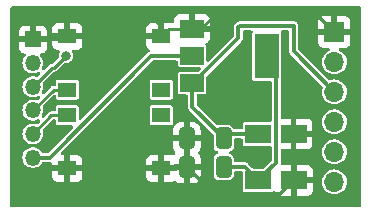
<source format=gbr>
%TF.GenerationSoftware,KiCad,Pcbnew,7.0.6-1.fc38*%
%TF.CreationDate,2023-08-14T18:07:59+02:00*%
%TF.ProjectId,ESP12F_PROGRAMMER,45535031-3246-45f5-9052-4f4752414d4d,rev?*%
%TF.SameCoordinates,Original*%
%TF.FileFunction,Copper,L1,Top*%
%TF.FilePolarity,Positive*%
%FSLAX46Y46*%
G04 Gerber Fmt 4.6, Leading zero omitted, Abs format (unit mm)*
G04 Created by KiCad (PCBNEW 7.0.6-1.fc38) date 2023-08-14 18:07:59*
%MOMM*%
%LPD*%
G01*
G04 APERTURE LIST*
G04 Aperture macros list*
%AMRoundRect*
0 Rectangle with rounded corners*
0 $1 Rounding radius*
0 $2 $3 $4 $5 $6 $7 $8 $9 X,Y pos of 4 corners*
0 Add a 4 corners polygon primitive as box body*
4,1,4,$2,$3,$4,$5,$6,$7,$8,$9,$2,$3,0*
0 Add four circle primitives for the rounded corners*
1,1,$1+$1,$2,$3*
1,1,$1+$1,$4,$5*
1,1,$1+$1,$6,$7*
1,1,$1+$1,$8,$9*
0 Add four rect primitives between the rounded corners*
20,1,$1+$1,$2,$3,$4,$5,0*
20,1,$1+$1,$4,$5,$6,$7,0*
20,1,$1+$1,$6,$7,$8,$9,0*
20,1,$1+$1,$8,$9,$2,$3,0*%
G04 Aperture macros list end*
%TA.AperFunction,SMDPad,CuDef*%
%ADD10RoundRect,0.250000X0.412500X0.650000X-0.412500X0.650000X-0.412500X-0.650000X0.412500X-0.650000X0*%
%TD*%
%TA.AperFunction,SMDPad,CuDef*%
%ADD11R,2.200000X1.600000*%
%TD*%
%TA.AperFunction,SMDPad,CuDef*%
%ADD12R,1.550000X1.300000*%
%TD*%
%TA.AperFunction,ComponentPad*%
%ADD13R,1.700000X1.700000*%
%TD*%
%TA.AperFunction,ComponentPad*%
%ADD14O,1.700000X1.700000*%
%TD*%
%TA.AperFunction,SMDPad,CuDef*%
%ADD15R,2.000000X1.500000*%
%TD*%
%TA.AperFunction,SMDPad,CuDef*%
%ADD16R,2.000000X3.800000*%
%TD*%
%TA.AperFunction,ComponentPad*%
%ADD17R,1.350000X1.350000*%
%TD*%
%TA.AperFunction,ComponentPad*%
%ADD18O,1.350000X1.350000*%
%TD*%
%TA.AperFunction,ViaPad*%
%ADD19C,0.800000*%
%TD*%
%TA.AperFunction,Conductor*%
%ADD20C,0.350000*%
%TD*%
%TA.AperFunction,Conductor*%
%ADD21C,0.250000*%
%TD*%
G04 APERTURE END LIST*
D10*
%TO.P,C4,1*%
%TO.N,3V3*%
X131483500Y-102870000D03*
%TO.P,C4,2*%
%TO.N,GND*%
X128358500Y-102870000D03*
%TD*%
D11*
%TO.P,C2,1*%
%TO.N,5V*%
X134390000Y-100076000D03*
%TO.P,C2,2*%
%TO.N,GND*%
X137390000Y-100076000D03*
%TD*%
D12*
%TO.P,RST,1,1*%
%TO.N,RST*%
X118237000Y-98497000D03*
X126187000Y-98497000D03*
%TO.P,RST,2,2*%
%TO.N,GND*%
X118237000Y-102997000D03*
X126187000Y-102997000D03*
%TD*%
D11*
%TO.P,C3,1*%
%TO.N,3V3*%
X134414000Y-104013000D03*
%TO.P,C3,2*%
%TO.N,GND*%
X137414000Y-104013000D03*
%TD*%
D12*
%TO.P,PRG,1,1*%
%TO.N,PRG*%
X126187000Y-96321000D03*
X118237000Y-96321000D03*
%TO.P,PRG,2,2*%
%TO.N,GND*%
X126187000Y-91821000D03*
X118237000Y-91821000D03*
%TD*%
D13*
%TO.P,J2,1,Pin_1*%
%TO.N,GND*%
X140843000Y-91440000D03*
D14*
%TO.P,J2,2,Pin_2*%
%TO.N,CTS*%
X140843000Y-93980000D03*
%TO.P,J2,3,Pin_3*%
%TO.N,5V*%
X140843000Y-96520000D03*
%TO.P,J2,4,Pin_4*%
%TO.N,TXD*%
X140843000Y-99060000D03*
%TO.P,J2,5,Pin_5*%
%TO.N,RXD*%
X140843000Y-101600000D03*
%TO.P,J2,6,Pin_6*%
%TO.N,DTR*%
X140843000Y-104140000D03*
%TD*%
D15*
%TO.P,U1,1,GND*%
%TO.N,GND*%
X128803000Y-91172000D03*
%TO.P,U1,2,VO*%
%TO.N,3V3*%
X128803000Y-93472000D03*
D16*
X135103000Y-93472000D03*
D15*
%TO.P,U1,3,VI*%
%TO.N,5V*%
X128803000Y-95772000D03*
%TD*%
D10*
%TO.P,C1,1*%
%TO.N,5V*%
X131483500Y-100457000D03*
%TO.P,C1,2*%
%TO.N,GND*%
X128358500Y-100457000D03*
%TD*%
D17*
%TO.P,J1,1,Pin_1*%
%TO.N,GND*%
X115316000Y-92075000D03*
D18*
%TO.P,J1,2,Pin_2*%
%TO.N,RXD*%
X115316000Y-94075000D03*
%TO.P,J1,3,Pin_3*%
%TO.N,TXD*%
X115316000Y-96075000D03*
%TO.P,J1,4,Pin_4*%
%TO.N,PRG*%
X115316000Y-98075000D03*
%TO.P,J1,5,Pin_5*%
%TO.N,RST*%
X115316000Y-100075000D03*
%TO.P,J1,6,Pin_6*%
%TO.N,3V3*%
X115316000Y-102075000D03*
%TD*%
D19*
%TO.N,GND*%
X131191000Y-95123000D03*
X137414000Y-95123000D03*
X126111000Y-90551000D03*
X133985000Y-102362000D03*
%TO.N,TXD*%
X118110000Y-93472000D03*
%TD*%
D20*
%TO.N,5V*%
X132715000Y-91059000D02*
X132715000Y-91960000D01*
D21*
X132842000Y-90932000D02*
X132715000Y-91059000D01*
D20*
X131864500Y-100076000D02*
X131483500Y-100457000D01*
X137414000Y-90932000D02*
X132842000Y-90932000D01*
X140843000Y-96520000D02*
X137414000Y-93091000D01*
D21*
X128903000Y-95772000D02*
X128803000Y-95772000D01*
D20*
X134390000Y-100076000D02*
X131864500Y-100076000D01*
X137414000Y-93091000D02*
X137414000Y-90932000D01*
X128803000Y-95772000D02*
X128803000Y-97776500D01*
X132715000Y-91960000D02*
X128903000Y-95772000D01*
X128803000Y-97776500D02*
X131483500Y-100457000D01*
D21*
%TO.N,GND*%
X130810000Y-90170000D02*
X130683000Y-90043000D01*
X115316000Y-92075000D02*
X117983000Y-92075000D01*
D20*
X128358500Y-102870000D02*
X130676500Y-105188000D01*
X126111000Y-90551000D02*
X126111000Y-91745000D01*
D21*
X137414000Y-95123000D02*
X137390000Y-95147000D01*
X130683000Y-90043000D02*
X129554000Y-91172000D01*
X126187000Y-102997000D02*
X122047000Y-102997000D01*
X129554000Y-91172000D02*
X128803000Y-91172000D01*
X139573000Y-90170000D02*
X130810000Y-90170000D01*
X137390000Y-95147000D02*
X137390000Y-98171000D01*
X140843000Y-91440000D02*
X139573000Y-90170000D01*
X137414000Y-98195000D02*
X137390000Y-98219000D01*
X128803000Y-91172000D02*
X126836000Y-91172000D01*
X128358500Y-100457000D02*
X128358500Y-102870000D01*
X126314000Y-102870000D02*
X126187000Y-102997000D01*
D20*
X137390000Y-100076000D02*
X137390000Y-103989000D01*
D21*
X126836000Y-91172000D02*
X126187000Y-91821000D01*
D20*
X137390000Y-103989000D02*
X137414000Y-104013000D01*
D21*
X118237000Y-91821000D02*
X126187000Y-91821000D01*
X122047000Y-102997000D02*
X118237000Y-102997000D01*
X137390000Y-98219000D02*
X137390000Y-100076000D01*
X137414000Y-98195000D02*
X137390000Y-98171000D01*
D20*
X126111000Y-91745000D02*
X126187000Y-91821000D01*
X136239000Y-105188000D02*
X137414000Y-104013000D01*
D21*
X128358500Y-102870000D02*
X126314000Y-102870000D01*
D20*
X130676500Y-105188000D02*
X136239000Y-105188000D01*
D21*
X117983000Y-92075000D02*
X118237000Y-91821000D01*
D20*
%TO.N,3V3*%
X125337000Y-93472000D02*
X116734000Y-102075000D01*
X133271000Y-102870000D02*
X134414000Y-104013000D01*
D21*
X135103000Y-93472000D02*
X135815000Y-94184000D01*
D20*
X128803000Y-93472000D02*
X125337000Y-93472000D01*
X135915000Y-102512000D02*
X134414000Y-104013000D01*
X131483500Y-102870000D02*
X133271000Y-102870000D01*
X116734000Y-102075000D02*
X115316000Y-102075000D01*
X135915000Y-94284000D02*
X135915000Y-102512000D01*
X135103000Y-93472000D02*
X135915000Y-94284000D01*
D21*
%TO.N,TXD*%
X117094000Y-94488000D02*
X118110000Y-93472000D01*
X116903000Y-94488000D02*
X117094000Y-94488000D01*
X115316000Y-96075000D02*
X116903000Y-94488000D01*
%TO.N,PRG*%
X118237000Y-96321000D02*
X117070000Y-96321000D01*
X117070000Y-96321000D02*
X115316000Y-98075000D01*
%TO.N,RST*%
X116894000Y-98497000D02*
X115316000Y-100075000D01*
X118237000Y-98497000D02*
X116894000Y-98497000D01*
%TD*%
%TA.AperFunction,Conductor*%
%TO.N,GND*%
G36*
X133032539Y-100471185D02*
G01*
X133078294Y-100523989D01*
X133089500Y-100575500D01*
X133089500Y-100895752D01*
X133101131Y-100954229D01*
X133101132Y-100954230D01*
X133145447Y-101020552D01*
X133211769Y-101064867D01*
X133211770Y-101064868D01*
X133270247Y-101076499D01*
X133270250Y-101076500D01*
X135415500Y-101076500D01*
X135482539Y-101096185D01*
X135528294Y-101148989D01*
X135539500Y-101200500D01*
X135539500Y-102305100D01*
X135519815Y-102372139D01*
X135503181Y-102392781D01*
X134919781Y-102976181D01*
X134858458Y-103009666D01*
X134832100Y-103012500D01*
X133995900Y-103012500D01*
X133928861Y-102992815D01*
X133908219Y-102976181D01*
X133573149Y-102641111D01*
X133557022Y-102621252D01*
X133551086Y-102612167D01*
X133551083Y-102612163D01*
X133523074Y-102590363D01*
X133517310Y-102585272D01*
X133514515Y-102582477D01*
X133495505Y-102568906D01*
X133492682Y-102566709D01*
X133487645Y-102562788D01*
X133452189Y-102535190D01*
X133445274Y-102531448D01*
X133438200Y-102527990D01*
X133385596Y-102512329D01*
X133333658Y-102494499D01*
X133325923Y-102493208D01*
X133318085Y-102492231D01*
X133263244Y-102494500D01*
X132470500Y-102494500D01*
X132403461Y-102474815D01*
X132357706Y-102422011D01*
X132346500Y-102370500D01*
X132346500Y-102165730D01*
X132343646Y-102135300D01*
X132343646Y-102135298D01*
X132298793Y-102007119D01*
X132298792Y-102007117D01*
X132296458Y-102003954D01*
X132218150Y-101897850D01*
X132108882Y-101817207D01*
X132108882Y-101817206D01*
X132004097Y-101780540D01*
X131947321Y-101739818D01*
X131921575Y-101674865D01*
X131935032Y-101606303D01*
X131983420Y-101555901D01*
X132004089Y-101546461D01*
X132108882Y-101509793D01*
X132218150Y-101429150D01*
X132298793Y-101319882D01*
X132329129Y-101233187D01*
X132343646Y-101191701D01*
X132343646Y-101191699D01*
X132346500Y-101161269D01*
X132346500Y-100575500D01*
X132366185Y-100508461D01*
X132418989Y-100462706D01*
X132470500Y-100451500D01*
X132965500Y-100451500D01*
X133032539Y-100471185D01*
G37*
%TD.AperFunction*%
%TA.AperFunction,Conductor*%
G36*
X133873645Y-91327185D02*
G01*
X133919400Y-91379989D01*
X133929344Y-91449147D01*
X133916875Y-91481687D01*
X133918806Y-91482487D01*
X133914131Y-91493770D01*
X133902500Y-91552247D01*
X133902500Y-95391752D01*
X133914131Y-95450229D01*
X133914132Y-95450230D01*
X133958447Y-95516552D01*
X134024769Y-95560867D01*
X134024770Y-95560868D01*
X134083247Y-95572499D01*
X134083250Y-95572500D01*
X134083252Y-95572500D01*
X135415500Y-95572500D01*
X135482539Y-95592185D01*
X135528294Y-95644989D01*
X135539500Y-95696500D01*
X135539500Y-98951500D01*
X135519815Y-99018539D01*
X135467011Y-99064294D01*
X135415500Y-99075500D01*
X133270247Y-99075500D01*
X133211770Y-99087131D01*
X133211769Y-99087132D01*
X133145447Y-99131447D01*
X133101132Y-99197769D01*
X133101131Y-99197770D01*
X133089500Y-99256247D01*
X133089500Y-99576500D01*
X133069815Y-99643539D01*
X133017011Y-99689294D01*
X132965500Y-99700500D01*
X132424000Y-99700500D01*
X132356961Y-99680815D01*
X132311206Y-99628011D01*
X132306963Y-99617467D01*
X132298793Y-99594118D01*
X132218150Y-99484850D01*
X132108882Y-99404207D01*
X132108880Y-99404206D01*
X131980700Y-99359353D01*
X131950270Y-99356500D01*
X131950266Y-99356500D01*
X131016734Y-99356500D01*
X131002470Y-99357837D01*
X130980878Y-99359862D01*
X130912293Y-99346521D01*
X130881622Y-99324084D01*
X129214819Y-97657281D01*
X129181334Y-97595958D01*
X129178500Y-97569600D01*
X129178500Y-96846500D01*
X129198185Y-96779461D01*
X129250989Y-96733706D01*
X129302500Y-96722500D01*
X129822750Y-96722500D01*
X129822751Y-96722499D01*
X129837568Y-96719552D01*
X129881229Y-96710868D01*
X129881229Y-96710867D01*
X129881231Y-96710867D01*
X129947552Y-96666552D01*
X129991867Y-96600231D01*
X129991867Y-96600229D01*
X129991868Y-96600229D01*
X130003499Y-96541752D01*
X130003500Y-96541748D01*
X130003500Y-95253897D01*
X130023185Y-95186859D01*
X130039814Y-95166222D01*
X132943889Y-92262146D01*
X132963746Y-92246022D01*
X132972836Y-92240084D01*
X132994638Y-92212071D01*
X132999733Y-92206303D01*
X133002519Y-92203518D01*
X133004925Y-92200148D01*
X133016086Y-92184516D01*
X133049807Y-92141192D01*
X133053547Y-92134280D01*
X133057003Y-92127207D01*
X133057010Y-92127199D01*
X133072670Y-92074596D01*
X133090500Y-92022660D01*
X133090500Y-92022655D01*
X133091790Y-92014924D01*
X133092768Y-92007085D01*
X133090500Y-91952244D01*
X133090500Y-91431500D01*
X133110185Y-91364461D01*
X133162989Y-91318706D01*
X133214500Y-91307500D01*
X133806606Y-91307500D01*
X133873645Y-91327185D01*
G37*
%TD.AperFunction*%
%TA.AperFunction,Conductor*%
G36*
X143071539Y-89301185D02*
G01*
X143117294Y-89353989D01*
X143128500Y-89405500D01*
X143128500Y-106174500D01*
X143108815Y-106241539D01*
X143056011Y-106287294D01*
X143004500Y-106298500D01*
X113535500Y-106298500D01*
X113468461Y-106278815D01*
X113422706Y-106226011D01*
X113411500Y-106174500D01*
X113411500Y-103247000D01*
X116962000Y-103247000D01*
X116962000Y-103694844D01*
X116968401Y-103754372D01*
X116968403Y-103754379D01*
X117018645Y-103889086D01*
X117018649Y-103889093D01*
X117104809Y-104004187D01*
X117104812Y-104004190D01*
X117219906Y-104090350D01*
X117219913Y-104090354D01*
X117354620Y-104140596D01*
X117354627Y-104140598D01*
X117414155Y-104146999D01*
X117414172Y-104147000D01*
X117987000Y-104147000D01*
X117987000Y-103247000D01*
X118487000Y-103247000D01*
X118487000Y-104147000D01*
X119059828Y-104147000D01*
X119059844Y-104146999D01*
X119119372Y-104140598D01*
X119119379Y-104140596D01*
X119254086Y-104090354D01*
X119254093Y-104090350D01*
X119369187Y-104004190D01*
X119369190Y-104004187D01*
X119455350Y-103889093D01*
X119455354Y-103889086D01*
X119505596Y-103754379D01*
X119505598Y-103754372D01*
X119511999Y-103694844D01*
X119512000Y-103694827D01*
X119512000Y-103247000D01*
X124912000Y-103247000D01*
X124912000Y-103694844D01*
X124918401Y-103754372D01*
X124918403Y-103754379D01*
X124968645Y-103889086D01*
X124968649Y-103889093D01*
X125054809Y-104004187D01*
X125054812Y-104004190D01*
X125169906Y-104090350D01*
X125169913Y-104090354D01*
X125304620Y-104140596D01*
X125304627Y-104140598D01*
X125364155Y-104146999D01*
X125364172Y-104147000D01*
X125937000Y-104147000D01*
X126437000Y-104147000D01*
X127009828Y-104147000D01*
X127009844Y-104146999D01*
X127069372Y-104140598D01*
X127069379Y-104140596D01*
X127204086Y-104090354D01*
X127204088Y-104090353D01*
X127261962Y-104047029D01*
X127327426Y-104022612D01*
X127395699Y-104037463D01*
X127423954Y-104058615D01*
X127477654Y-104112315D01*
X127626875Y-104204356D01*
X127626880Y-104204358D01*
X127793302Y-104259505D01*
X127793309Y-104259506D01*
X127896019Y-104269999D01*
X128108499Y-104269999D01*
X128108500Y-104269998D01*
X128108500Y-103120000D01*
X128608500Y-103120000D01*
X128608500Y-104269999D01*
X128820972Y-104269999D01*
X128820986Y-104269998D01*
X128923697Y-104259505D01*
X129090119Y-104204358D01*
X129090124Y-104204356D01*
X129239345Y-104112315D01*
X129363315Y-103988345D01*
X129455356Y-103839124D01*
X129455358Y-103839119D01*
X129510505Y-103672697D01*
X129510506Y-103672690D01*
X129520999Y-103569986D01*
X129521000Y-103569973D01*
X129521000Y-103120000D01*
X128608500Y-103120000D01*
X128108500Y-103120000D01*
X127502000Y-103120000D01*
X127502000Y-103123000D01*
X127482315Y-103190039D01*
X127429511Y-103235794D01*
X127378000Y-103247000D01*
X126437000Y-103247000D01*
X126437000Y-104147000D01*
X125937000Y-104147000D01*
X125937000Y-103247000D01*
X124912000Y-103247000D01*
X119512000Y-103247000D01*
X118487000Y-103247000D01*
X117987000Y-103247000D01*
X116962000Y-103247000D01*
X113411500Y-103247000D01*
X113411500Y-92797844D01*
X114141000Y-92797844D01*
X114147401Y-92857372D01*
X114147403Y-92857379D01*
X114197645Y-92992086D01*
X114197649Y-92992093D01*
X114283809Y-93107187D01*
X114283812Y-93107190D01*
X114398906Y-93193350D01*
X114398913Y-93193354D01*
X114533620Y-93243596D01*
X114533627Y-93243598D01*
X114593155Y-93249999D01*
X114593172Y-93250000D01*
X114602224Y-93250000D01*
X114669263Y-93269685D01*
X114715018Y-93322489D01*
X114724962Y-93391647D01*
X114695937Y-93455203D01*
X114694374Y-93456972D01*
X114603804Y-93557561D01*
X114511786Y-93716940D01*
X114511783Y-93716946D01*
X114454916Y-93891967D01*
X114454915Y-93891971D01*
X114435678Y-94075000D01*
X114454915Y-94258029D01*
X114454916Y-94258032D01*
X114511783Y-94433053D01*
X114511784Y-94433054D01*
X114511786Y-94433059D01*
X114603805Y-94592440D01*
X114664630Y-94659993D01*
X114726949Y-94729206D01*
X114726951Y-94729208D01*
X114875834Y-94837378D01*
X114875835Y-94837378D01*
X114875839Y-94837381D01*
X115012953Y-94898428D01*
X115043961Y-94912234D01*
X115043966Y-94912236D01*
X115223981Y-94950500D01*
X115408019Y-94950500D01*
X115588034Y-94912236D01*
X115752655Y-94838941D01*
X115821903Y-94829657D01*
X115885179Y-94859285D01*
X115922393Y-94918419D01*
X115921728Y-94988286D01*
X115890770Y-95039902D01*
X115720862Y-95209810D01*
X115659539Y-95243295D01*
X115594578Y-95238649D01*
X115594214Y-95239772D01*
X115588031Y-95237763D01*
X115408019Y-95199500D01*
X115223981Y-95199500D01*
X115043966Y-95237763D01*
X115043961Y-95237765D01*
X114875839Y-95312619D01*
X114875834Y-95312621D01*
X114726951Y-95420791D01*
X114726949Y-95420793D01*
X114603804Y-95557561D01*
X114511786Y-95716940D01*
X114511783Y-95716946D01*
X114461566Y-95871500D01*
X114454915Y-95891971D01*
X114435678Y-96075000D01*
X114454915Y-96258029D01*
X114454916Y-96258032D01*
X114511783Y-96433053D01*
X114511784Y-96433054D01*
X114511786Y-96433059D01*
X114603805Y-96592440D01*
X114690292Y-96688494D01*
X114726949Y-96729206D01*
X114726951Y-96729208D01*
X114875834Y-96837378D01*
X114875835Y-96837378D01*
X114875839Y-96837381D01*
X114972329Y-96880341D01*
X115043961Y-96912234D01*
X115043966Y-96912236D01*
X115223981Y-96950500D01*
X115408019Y-96950500D01*
X115588034Y-96912236D01*
X115752655Y-96838941D01*
X115821903Y-96829657D01*
X115885179Y-96859285D01*
X115922393Y-96918419D01*
X115921728Y-96988286D01*
X115890770Y-97039902D01*
X115720862Y-97209810D01*
X115659539Y-97243295D01*
X115594578Y-97238649D01*
X115594214Y-97239772D01*
X115588031Y-97237763D01*
X115408019Y-97199500D01*
X115223981Y-97199500D01*
X115043966Y-97237763D01*
X115043961Y-97237765D01*
X114875839Y-97312619D01*
X114875834Y-97312621D01*
X114726951Y-97420791D01*
X114726949Y-97420793D01*
X114603804Y-97557561D01*
X114511786Y-97716940D01*
X114511783Y-97716946D01*
X114454916Y-97891967D01*
X114454915Y-97891971D01*
X114435678Y-98075000D01*
X114454915Y-98258029D01*
X114454916Y-98258032D01*
X114511783Y-98433053D01*
X114511784Y-98433054D01*
X114511786Y-98433059D01*
X114603805Y-98592440D01*
X114661076Y-98656046D01*
X114726949Y-98729206D01*
X114726951Y-98729208D01*
X114875834Y-98837378D01*
X114875835Y-98837378D01*
X114875839Y-98837381D01*
X115005229Y-98894989D01*
X115043961Y-98912234D01*
X115043966Y-98912236D01*
X115223981Y-98950500D01*
X115408019Y-98950500D01*
X115588034Y-98912236D01*
X115752655Y-98838941D01*
X115821903Y-98829657D01*
X115885179Y-98859285D01*
X115922393Y-98918419D01*
X115921728Y-98988286D01*
X115890770Y-99039902D01*
X115720862Y-99209810D01*
X115659539Y-99243295D01*
X115594578Y-99238649D01*
X115594214Y-99239772D01*
X115588031Y-99237763D01*
X115408019Y-99199500D01*
X115223981Y-99199500D01*
X115043966Y-99237763D01*
X115043961Y-99237765D01*
X114875839Y-99312619D01*
X114875834Y-99312621D01*
X114726951Y-99420791D01*
X114726949Y-99420793D01*
X114603804Y-99557561D01*
X114511786Y-99716940D01*
X114511783Y-99716946D01*
X114476350Y-99826000D01*
X114454915Y-99891971D01*
X114435678Y-100075000D01*
X114454915Y-100258029D01*
X114454916Y-100258032D01*
X114511783Y-100433053D01*
X114511786Y-100433059D01*
X114603805Y-100592440D01*
X114706955Y-100707000D01*
X114726949Y-100729206D01*
X114726951Y-100729208D01*
X114875834Y-100837378D01*
X114875835Y-100837378D01*
X114875839Y-100837381D01*
X115006933Y-100895748D01*
X115043961Y-100912234D01*
X115043966Y-100912236D01*
X115223981Y-100950500D01*
X115408019Y-100950500D01*
X115588034Y-100912236D01*
X115756161Y-100837381D01*
X115905050Y-100729207D01*
X116028195Y-100592440D01*
X116120214Y-100433059D01*
X116177085Y-100258029D01*
X116196322Y-100075000D01*
X116177085Y-99891971D01*
X116147169Y-99799902D01*
X116145175Y-99730062D01*
X116177418Y-99673906D01*
X116992506Y-98858819D01*
X117053830Y-98825334D01*
X117080188Y-98822500D01*
X117137500Y-98822500D01*
X117204539Y-98842185D01*
X117250294Y-98894989D01*
X117261500Y-98946500D01*
X117261500Y-99166752D01*
X117273131Y-99225229D01*
X117273132Y-99225230D01*
X117317447Y-99291552D01*
X117383769Y-99335867D01*
X117383770Y-99335868D01*
X117442247Y-99347499D01*
X117442250Y-99347500D01*
X117442252Y-99347500D01*
X118631100Y-99347500D01*
X118698139Y-99367185D01*
X118743894Y-99419989D01*
X118753838Y-99489147D01*
X118724813Y-99552703D01*
X118718781Y-99559181D01*
X116614781Y-101663181D01*
X116553458Y-101696666D01*
X116527100Y-101699500D01*
X116181735Y-101699500D01*
X116114696Y-101679815D01*
X116074348Y-101637500D01*
X116028195Y-101557560D01*
X115905050Y-101420793D01*
X115905048Y-101420791D01*
X115756165Y-101312621D01*
X115756162Y-101312619D01*
X115756161Y-101312619D01*
X115695112Y-101285438D01*
X115588038Y-101237765D01*
X115588033Y-101237763D01*
X115408019Y-101199500D01*
X115223981Y-101199500D01*
X115043966Y-101237763D01*
X115043961Y-101237765D01*
X114875839Y-101312619D01*
X114875834Y-101312621D01*
X114726951Y-101420791D01*
X114726949Y-101420793D01*
X114603804Y-101557561D01*
X114511786Y-101716940D01*
X114511783Y-101716946D01*
X114458599Y-101880633D01*
X114454915Y-101891971D01*
X114435678Y-102075000D01*
X114454915Y-102258029D01*
X114454916Y-102258032D01*
X114511783Y-102433053D01*
X114511786Y-102433059D01*
X114603805Y-102592440D01*
X114694633Y-102693315D01*
X114726949Y-102729206D01*
X114726951Y-102729208D01*
X114875834Y-102837378D01*
X114875835Y-102837378D01*
X114875839Y-102837381D01*
X115012953Y-102898428D01*
X115043961Y-102912234D01*
X115043966Y-102912236D01*
X115223981Y-102950500D01*
X115408019Y-102950500D01*
X115588034Y-102912236D01*
X115756161Y-102837381D01*
X115905050Y-102729207D01*
X116028195Y-102592440D01*
X116074348Y-102512499D01*
X116124914Y-102464285D01*
X116181735Y-102450500D01*
X116682196Y-102450500D01*
X116707641Y-102453139D01*
X116709817Y-102453595D01*
X116718268Y-102455367D01*
X116739225Y-102452754D01*
X116753492Y-102450977D01*
X116761168Y-102450500D01*
X116765112Y-102450500D01*
X116765114Y-102450500D01*
X116771668Y-102449406D01*
X116788139Y-102446658D01*
X116814674Y-102443349D01*
X116822662Y-102442354D01*
X116891622Y-102453595D01*
X116943557Y-102500334D01*
X116962000Y-102565402D01*
X116962000Y-102747000D01*
X117987000Y-102747000D01*
X117987000Y-101847000D01*
X118487000Y-101847000D01*
X118487000Y-102747000D01*
X119512000Y-102747000D01*
X124912000Y-102747000D01*
X125937000Y-102747000D01*
X126437000Y-102747000D01*
X127156000Y-102747000D01*
X127156000Y-102744000D01*
X127175685Y-102676961D01*
X127228489Y-102631206D01*
X127280000Y-102620000D01*
X128108500Y-102620000D01*
X128108500Y-100707000D01*
X128608500Y-100707000D01*
X128608500Y-102620000D01*
X129520999Y-102620000D01*
X129520999Y-102170028D01*
X129520998Y-102170013D01*
X129510505Y-102067302D01*
X129455358Y-101900880D01*
X129455356Y-101900875D01*
X129363315Y-101751654D01*
X129362842Y-101751181D01*
X129362620Y-101750775D01*
X129358839Y-101745993D01*
X129359656Y-101745346D01*
X129329357Y-101689858D01*
X129334341Y-101620166D01*
X129359282Y-101581357D01*
X129358839Y-101581007D01*
X129362410Y-101576489D01*
X129362842Y-101575819D01*
X129363315Y-101575345D01*
X129455356Y-101426124D01*
X129455358Y-101426119D01*
X129510505Y-101259697D01*
X129510506Y-101259690D01*
X129520999Y-101156986D01*
X129521000Y-101156973D01*
X129521000Y-100707000D01*
X128608500Y-100707000D01*
X128108500Y-100707000D01*
X127196001Y-100707000D01*
X127196001Y-101156986D01*
X127206494Y-101259697D01*
X127261641Y-101426119D01*
X127261643Y-101426124D01*
X127353684Y-101575345D01*
X127354158Y-101575819D01*
X127354379Y-101576224D01*
X127358161Y-101581007D01*
X127357343Y-101581653D01*
X127387643Y-101637142D01*
X127382659Y-101706834D01*
X127357717Y-101745642D01*
X127358161Y-101745993D01*
X127354589Y-101750510D01*
X127354158Y-101751181D01*
X127353683Y-101751655D01*
X127353682Y-101751656D01*
X127302948Y-101833909D01*
X127251000Y-101880633D01*
X127182037Y-101891854D01*
X127154077Y-101884993D01*
X127069380Y-101853403D01*
X127069372Y-101853401D01*
X127009844Y-101847000D01*
X126437000Y-101847000D01*
X126437000Y-102747000D01*
X125937000Y-102747000D01*
X125937000Y-101847000D01*
X125364155Y-101847000D01*
X125304627Y-101853401D01*
X125304620Y-101853403D01*
X125169913Y-101903645D01*
X125169906Y-101903649D01*
X125054812Y-101989809D01*
X125054809Y-101989812D01*
X124968649Y-102104906D01*
X124968645Y-102104913D01*
X124918403Y-102239620D01*
X124918401Y-102239627D01*
X124912000Y-102299155D01*
X124912000Y-102747000D01*
X119512000Y-102747000D01*
X119512000Y-102299172D01*
X119511999Y-102299155D01*
X119505598Y-102239627D01*
X119505596Y-102239620D01*
X119455354Y-102104913D01*
X119455350Y-102104906D01*
X119369190Y-101989812D01*
X119369187Y-101989809D01*
X119254093Y-101903649D01*
X119254086Y-101903645D01*
X119119379Y-101853403D01*
X119119372Y-101853401D01*
X119059844Y-101847000D01*
X118487000Y-101847000D01*
X117987000Y-101847000D01*
X117792398Y-101847000D01*
X117725359Y-101827315D01*
X117679604Y-101774511D01*
X117669660Y-101705353D01*
X117698685Y-101641797D01*
X117704717Y-101635319D01*
X119133037Y-100207000D01*
X127196000Y-100207000D01*
X128108500Y-100207000D01*
X128108500Y-99057000D01*
X128608500Y-99057000D01*
X128608500Y-100207000D01*
X129520999Y-100207000D01*
X129520999Y-99757028D01*
X129520998Y-99757013D01*
X129510505Y-99654302D01*
X129455358Y-99487880D01*
X129455356Y-99487875D01*
X129363315Y-99338654D01*
X129239345Y-99214684D01*
X129090124Y-99122643D01*
X129090119Y-99122641D01*
X128923697Y-99067494D01*
X128923690Y-99067493D01*
X128820986Y-99057000D01*
X128608500Y-99057000D01*
X128108500Y-99057000D01*
X127896029Y-99057000D01*
X127896012Y-99057001D01*
X127793302Y-99067494D01*
X127626880Y-99122641D01*
X127626875Y-99122643D01*
X127477657Y-99214682D01*
X127361389Y-99330950D01*
X127300066Y-99364434D01*
X127287171Y-99363511D01*
X127295089Y-99412369D01*
X127277595Y-99462012D01*
X127261648Y-99487866D01*
X127261641Y-99487880D01*
X127206494Y-99654302D01*
X127206493Y-99654309D01*
X127196000Y-99757013D01*
X127196000Y-100207000D01*
X119133037Y-100207000D01*
X120173285Y-99166752D01*
X125211500Y-99166752D01*
X125223131Y-99225229D01*
X125223132Y-99225230D01*
X125267447Y-99291552D01*
X125333769Y-99335867D01*
X125333770Y-99335868D01*
X125392247Y-99347499D01*
X125392250Y-99347500D01*
X125392252Y-99347500D01*
X126981750Y-99347500D01*
X126981751Y-99347499D01*
X126996568Y-99344552D01*
X127040229Y-99335868D01*
X127040231Y-99335867D01*
X127103164Y-99293816D01*
X127159050Y-99276315D01*
X127150024Y-99252114D01*
X127152090Y-99219078D01*
X127162500Y-99166748D01*
X127162500Y-97827252D01*
X127162500Y-97827249D01*
X127162499Y-97827247D01*
X127150868Y-97768770D01*
X127150867Y-97768769D01*
X127106552Y-97702447D01*
X127040230Y-97658132D01*
X127040229Y-97658131D01*
X126981752Y-97646500D01*
X126981748Y-97646500D01*
X125392252Y-97646500D01*
X125392247Y-97646500D01*
X125333770Y-97658131D01*
X125333769Y-97658132D01*
X125267447Y-97702447D01*
X125223132Y-97768769D01*
X125223131Y-97768770D01*
X125211500Y-97827247D01*
X125211500Y-99166752D01*
X120173285Y-99166752D01*
X121255268Y-98084769D01*
X122349285Y-96990752D01*
X125211500Y-96990752D01*
X125223131Y-97049229D01*
X125223132Y-97049230D01*
X125267447Y-97115552D01*
X125333769Y-97159867D01*
X125333770Y-97159868D01*
X125392247Y-97171499D01*
X125392250Y-97171500D01*
X125392252Y-97171500D01*
X126981750Y-97171500D01*
X126981751Y-97171499D01*
X126996568Y-97168552D01*
X127040229Y-97159868D01*
X127040229Y-97159867D01*
X127040231Y-97159867D01*
X127106552Y-97115552D01*
X127150867Y-97049231D01*
X127150867Y-97049229D01*
X127150868Y-97049229D01*
X127162499Y-96990752D01*
X127162500Y-96990750D01*
X127162500Y-95651249D01*
X127162499Y-95651247D01*
X127150868Y-95592770D01*
X127150867Y-95592769D01*
X127106552Y-95526447D01*
X127040230Y-95482132D01*
X127040229Y-95482131D01*
X126981752Y-95470500D01*
X126981748Y-95470500D01*
X125392252Y-95470500D01*
X125392247Y-95470500D01*
X125333770Y-95482131D01*
X125333769Y-95482132D01*
X125267447Y-95526447D01*
X125223132Y-95592769D01*
X125223131Y-95592770D01*
X125211500Y-95651247D01*
X125211500Y-96990752D01*
X122349285Y-96990752D01*
X125456217Y-93883819D01*
X125517541Y-93850334D01*
X125543899Y-93847500D01*
X127478500Y-93847500D01*
X127545539Y-93867185D01*
X127591294Y-93919989D01*
X127602500Y-93971500D01*
X127602500Y-94241752D01*
X127614131Y-94300229D01*
X127614132Y-94300230D01*
X127658447Y-94366552D01*
X127724769Y-94410867D01*
X127724770Y-94410868D01*
X127783247Y-94422499D01*
X127783250Y-94422500D01*
X127783252Y-94422500D01*
X129422100Y-94422500D01*
X129489139Y-94442185D01*
X129534894Y-94494989D01*
X129544838Y-94564147D01*
X129515813Y-94627703D01*
X129509781Y-94634181D01*
X129358781Y-94785181D01*
X129297458Y-94818666D01*
X129271100Y-94821500D01*
X127783247Y-94821500D01*
X127724770Y-94833131D01*
X127724769Y-94833132D01*
X127658447Y-94877447D01*
X127614132Y-94943769D01*
X127614131Y-94943770D01*
X127602500Y-95002247D01*
X127602500Y-96541752D01*
X127614131Y-96600229D01*
X127614132Y-96600230D01*
X127658447Y-96666552D01*
X127724769Y-96710867D01*
X127724770Y-96710868D01*
X127783247Y-96722499D01*
X127783250Y-96722500D01*
X127783252Y-96722500D01*
X128303500Y-96722500D01*
X128370539Y-96742185D01*
X128416294Y-96794989D01*
X128427500Y-96846500D01*
X128427499Y-97724696D01*
X128424862Y-97750134D01*
X128422633Y-97760767D01*
X128422633Y-97760770D01*
X128427023Y-97795991D01*
X128427500Y-97803667D01*
X128427500Y-97807616D01*
X128431342Y-97830641D01*
X128438134Y-97885127D01*
X128440373Y-97892647D01*
X128442934Y-97900108D01*
X128442935Y-97900110D01*
X128469055Y-97948376D01*
X128469055Y-97948377D01*
X128493174Y-97997711D01*
X128497742Y-98004109D01*
X128502582Y-98010327D01*
X128542971Y-98047509D01*
X130584181Y-100088718D01*
X130617666Y-100150041D01*
X130620500Y-100176399D01*
X130620500Y-101161269D01*
X130623353Y-101191699D01*
X130623353Y-101191701D01*
X130665666Y-101312621D01*
X130668207Y-101319882D01*
X130748850Y-101429150D01*
X130858118Y-101509793D01*
X130962903Y-101546458D01*
X131019677Y-101587179D01*
X131045424Y-101652132D01*
X131031968Y-101720694D01*
X130983580Y-101771096D01*
X130962903Y-101780540D01*
X130877984Y-101810255D01*
X130858118Y-101817207D01*
X130858117Y-101817207D01*
X130858116Y-101817208D01*
X130748850Y-101897850D01*
X130668207Y-102007117D01*
X130668206Y-102007119D01*
X130623353Y-102135298D01*
X130623353Y-102135300D01*
X130620500Y-102165730D01*
X130620500Y-103574269D01*
X130623353Y-103604699D01*
X130623353Y-103604701D01*
X130668206Y-103732880D01*
X130668207Y-103732882D01*
X130748850Y-103842150D01*
X130858118Y-103922793D01*
X130900845Y-103937744D01*
X130986299Y-103967646D01*
X131016730Y-103970500D01*
X131016734Y-103970500D01*
X131950270Y-103970500D01*
X131980699Y-103967646D01*
X131980701Y-103967646D01*
X132044790Y-103945219D01*
X132108882Y-103922793D01*
X132218150Y-103842150D01*
X132298793Y-103732882D01*
X132321219Y-103668790D01*
X132343646Y-103604701D01*
X132343646Y-103604699D01*
X132346500Y-103574269D01*
X132346500Y-103369500D01*
X132366185Y-103302461D01*
X132418989Y-103256706D01*
X132470500Y-103245500D01*
X132989500Y-103245500D01*
X133056539Y-103265185D01*
X133102294Y-103317989D01*
X133113500Y-103369500D01*
X133113500Y-104832752D01*
X133125131Y-104891229D01*
X133125132Y-104891230D01*
X133169447Y-104957552D01*
X133235769Y-105001867D01*
X133235770Y-105001868D01*
X133294247Y-105013499D01*
X133294250Y-105013500D01*
X133294252Y-105013500D01*
X135533750Y-105013500D01*
X135533751Y-105013499D01*
X135549569Y-105010353D01*
X135592229Y-105001868D01*
X135592229Y-105001867D01*
X135592231Y-105001867D01*
X135658552Y-104957552D01*
X135658551Y-104957552D01*
X135668707Y-104950767D01*
X135671209Y-104954512D01*
X135711087Y-104932594D01*
X135780792Y-104937386D01*
X135836841Y-104979103D01*
X135853961Y-105010353D01*
X135870646Y-105055087D01*
X135870649Y-105055093D01*
X135956809Y-105170187D01*
X135956812Y-105170190D01*
X136071906Y-105256350D01*
X136071913Y-105256354D01*
X136206620Y-105306596D01*
X136206627Y-105306598D01*
X136266155Y-105312999D01*
X136266172Y-105313000D01*
X137164000Y-105313000D01*
X137164000Y-104263000D01*
X137664000Y-104263000D01*
X137664000Y-105313000D01*
X138561828Y-105313000D01*
X138561844Y-105312999D01*
X138621372Y-105306598D01*
X138621379Y-105306596D01*
X138756086Y-105256354D01*
X138756093Y-105256350D01*
X138871187Y-105170190D01*
X138871190Y-105170187D01*
X138957350Y-105055093D01*
X138957354Y-105055086D01*
X139007596Y-104920379D01*
X139007598Y-104920372D01*
X139013999Y-104860844D01*
X139014000Y-104860827D01*
X139014000Y-104263000D01*
X137664000Y-104263000D01*
X137164000Y-104263000D01*
X137164000Y-104140000D01*
X139787417Y-104140000D01*
X139807699Y-104345932D01*
X139807700Y-104345934D01*
X139867768Y-104543954D01*
X139965315Y-104726450D01*
X139965317Y-104726452D01*
X140096589Y-104886410D01*
X140175010Y-104950767D01*
X140256550Y-105017685D01*
X140439046Y-105115232D01*
X140637066Y-105175300D01*
X140637065Y-105175300D01*
X140657347Y-105177297D01*
X140843000Y-105195583D01*
X141048934Y-105175300D01*
X141246954Y-105115232D01*
X141429450Y-105017685D01*
X141589410Y-104886410D01*
X141720685Y-104726450D01*
X141818232Y-104543954D01*
X141878300Y-104345934D01*
X141898583Y-104140000D01*
X141878300Y-103934066D01*
X141818232Y-103736046D01*
X141720685Y-103553550D01*
X141668702Y-103490209D01*
X141589410Y-103393589D01*
X141429452Y-103262317D01*
X141429453Y-103262317D01*
X141429450Y-103262315D01*
X141246954Y-103164768D01*
X141048934Y-103104700D01*
X141048932Y-103104699D01*
X141048934Y-103104699D01*
X140843000Y-103084417D01*
X140637067Y-103104699D01*
X140439043Y-103164769D01*
X140328898Y-103223643D01*
X140256550Y-103262315D01*
X140256548Y-103262316D01*
X140256547Y-103262317D01*
X140096589Y-103393589D01*
X139965317Y-103553547D01*
X139965315Y-103553550D01*
X139937975Y-103604699D01*
X139867769Y-103736043D01*
X139807699Y-103934067D01*
X139787417Y-104140000D01*
X137164000Y-104140000D01*
X137164000Y-102713000D01*
X137664000Y-102713000D01*
X137664000Y-103763000D01*
X139014000Y-103763000D01*
X139014000Y-103165172D01*
X139013999Y-103165155D01*
X139007598Y-103105627D01*
X139007596Y-103105620D01*
X138957354Y-102970913D01*
X138957350Y-102970906D01*
X138871190Y-102855812D01*
X138871187Y-102855809D01*
X138756093Y-102769649D01*
X138756086Y-102769645D01*
X138621379Y-102719403D01*
X138621372Y-102719401D01*
X138561844Y-102713000D01*
X137664000Y-102713000D01*
X137164000Y-102713000D01*
X136413822Y-102713000D01*
X136346783Y-102693315D01*
X136301028Y-102640511D01*
X136293037Y-102584935D01*
X136290500Y-102584935D01*
X136290500Y-102584777D01*
X136291767Y-102576105D01*
X136291084Y-102571353D01*
X136291512Y-102568600D01*
X136291794Y-102566905D01*
X136292769Y-102559086D01*
X136290500Y-102504231D01*
X136290500Y-101600000D01*
X139787417Y-101600000D01*
X139807699Y-101805932D01*
X139833799Y-101891971D01*
X139867768Y-102003954D01*
X139965315Y-102186450D01*
X139965317Y-102186452D01*
X140096589Y-102346410D01*
X140172788Y-102408944D01*
X140256550Y-102477685D01*
X140439046Y-102575232D01*
X140637066Y-102635300D01*
X140637065Y-102635300D01*
X140657347Y-102637297D01*
X140843000Y-102655583D01*
X141048934Y-102635300D01*
X141246954Y-102575232D01*
X141429450Y-102477685D01*
X141589410Y-102346410D01*
X141720685Y-102186450D01*
X141818232Y-102003954D01*
X141878300Y-101805934D01*
X141898583Y-101600000D01*
X141878300Y-101394066D01*
X141818232Y-101196046D01*
X141720685Y-101013550D01*
X141647052Y-100923827D01*
X141589410Y-100853589D01*
X141437848Y-100729207D01*
X141429450Y-100722315D01*
X141246954Y-100624768D01*
X141048934Y-100564700D01*
X141048932Y-100564699D01*
X141048934Y-100564699D01*
X140861463Y-100546235D01*
X140843000Y-100544417D01*
X140842999Y-100544417D01*
X140637067Y-100564699D01*
X140439043Y-100624769D01*
X140328898Y-100683643D01*
X140256550Y-100722315D01*
X140256548Y-100722316D01*
X140256547Y-100722317D01*
X140096589Y-100853589D01*
X139965317Y-101013547D01*
X139965315Y-101013550D01*
X139937885Y-101064867D01*
X139867769Y-101196043D01*
X139807699Y-101394067D01*
X139787417Y-101600000D01*
X136290500Y-101600000D01*
X136290500Y-101500000D01*
X136310185Y-101432961D01*
X136362989Y-101387206D01*
X136414500Y-101376000D01*
X137140000Y-101376000D01*
X137140000Y-100326000D01*
X137640000Y-100326000D01*
X137640000Y-101376000D01*
X138537828Y-101376000D01*
X138537844Y-101375999D01*
X138597372Y-101369598D01*
X138597379Y-101369596D01*
X138732086Y-101319354D01*
X138732093Y-101319350D01*
X138847187Y-101233190D01*
X138847190Y-101233187D01*
X138933350Y-101118093D01*
X138933354Y-101118086D01*
X138983596Y-100983379D01*
X138983598Y-100983372D01*
X138989999Y-100923844D01*
X138990000Y-100923827D01*
X138990000Y-100326000D01*
X137640000Y-100326000D01*
X137140000Y-100326000D01*
X137140000Y-98776000D01*
X137640000Y-98776000D01*
X137640000Y-99826000D01*
X138990000Y-99826000D01*
X138990000Y-99228172D01*
X138989999Y-99228155D01*
X138983598Y-99168627D01*
X138983596Y-99168620D01*
X138943084Y-99060000D01*
X139787417Y-99060000D01*
X139807699Y-99265932D01*
X139832442Y-99347499D01*
X139867768Y-99463954D01*
X139965315Y-99646450D01*
X139999969Y-99688677D01*
X140096589Y-99806410D01*
X140193209Y-99885702D01*
X140256550Y-99937685D01*
X140439046Y-100035232D01*
X140637066Y-100095300D01*
X140637065Y-100095300D01*
X140657347Y-100097297D01*
X140843000Y-100115583D01*
X141048934Y-100095300D01*
X141246954Y-100035232D01*
X141429450Y-99937685D01*
X141589410Y-99806410D01*
X141720685Y-99646450D01*
X141818232Y-99463954D01*
X141878300Y-99265934D01*
X141898583Y-99060000D01*
X141878300Y-98854066D01*
X141818232Y-98656046D01*
X141720685Y-98473550D01*
X141668702Y-98410209D01*
X141589410Y-98313589D01*
X141434442Y-98186412D01*
X141429450Y-98182315D01*
X141246954Y-98084768D01*
X141048934Y-98024700D01*
X141048932Y-98024699D01*
X141048934Y-98024699D01*
X140861463Y-98006235D01*
X140843000Y-98004417D01*
X140842999Y-98004417D01*
X140637067Y-98024699D01*
X140439043Y-98084769D01*
X140328898Y-98143643D01*
X140256550Y-98182315D01*
X140256548Y-98182316D01*
X140256547Y-98182317D01*
X140096589Y-98313589D01*
X139965317Y-98473547D01*
X139867769Y-98656043D01*
X139807699Y-98854067D01*
X139787417Y-99060000D01*
X138943084Y-99060000D01*
X138933354Y-99033913D01*
X138933350Y-99033906D01*
X138847190Y-98918812D01*
X138847187Y-98918809D01*
X138732093Y-98832649D01*
X138732086Y-98832645D01*
X138597379Y-98782403D01*
X138597372Y-98782401D01*
X138537844Y-98776000D01*
X137640000Y-98776000D01*
X137140000Y-98776000D01*
X136414500Y-98776000D01*
X136347461Y-98756315D01*
X136301706Y-98703511D01*
X136290500Y-98652000D01*
X136290500Y-95469318D01*
X136292883Y-95445127D01*
X136303499Y-95391752D01*
X136303500Y-95391750D01*
X136303500Y-91552249D01*
X136303499Y-91552247D01*
X136291868Y-91493770D01*
X136287194Y-91482487D01*
X136290285Y-91481206D01*
X136275414Y-91433713D01*
X136293899Y-91366333D01*
X136345878Y-91319643D01*
X136399394Y-91307500D01*
X136914500Y-91307500D01*
X136981539Y-91327185D01*
X137027294Y-91379989D01*
X137038500Y-91431500D01*
X137038500Y-93039196D01*
X137035862Y-93064634D01*
X137033633Y-93075268D01*
X137033633Y-93075269D01*
X137033633Y-93075271D01*
X137038023Y-93110491D01*
X137038500Y-93118167D01*
X137038500Y-93122116D01*
X137042342Y-93145141D01*
X137049134Y-93199627D01*
X137051373Y-93207147D01*
X137053934Y-93214608D01*
X137053935Y-93214610D01*
X137080055Y-93262876D01*
X137080055Y-93262877D01*
X137104174Y-93312211D01*
X137108742Y-93318609D01*
X137113582Y-93324827D01*
X137153971Y-93362009D01*
X139824580Y-96032617D01*
X139858065Y-96093940D01*
X139855560Y-96156290D01*
X139832465Y-96232423D01*
X139807699Y-96314067D01*
X139787417Y-96519999D01*
X139807699Y-96725932D01*
X139823937Y-96779461D01*
X139867768Y-96923954D01*
X139965315Y-97106450D01*
X139965317Y-97106452D01*
X140096589Y-97266410D01*
X140193209Y-97345702D01*
X140256550Y-97397685D01*
X140439046Y-97495232D01*
X140637066Y-97555300D01*
X140637065Y-97555300D01*
X140655529Y-97557118D01*
X140843000Y-97575583D01*
X141048934Y-97555300D01*
X141246954Y-97495232D01*
X141429450Y-97397685D01*
X141589410Y-97266410D01*
X141720685Y-97106450D01*
X141818232Y-96923954D01*
X141878300Y-96725934D01*
X141898583Y-96520000D01*
X141878300Y-96314066D01*
X141818232Y-96116046D01*
X141720685Y-95933550D01*
X141668702Y-95870209D01*
X141589410Y-95773589D01*
X141471677Y-95676969D01*
X141429450Y-95642315D01*
X141246954Y-95544768D01*
X141048934Y-95484700D01*
X141048932Y-95484699D01*
X141048934Y-95484699D01*
X140843000Y-95464417D01*
X140637067Y-95484699D01*
X140479293Y-95532559D01*
X140409426Y-95533182D01*
X140355617Y-95501579D01*
X137825819Y-92971780D01*
X137792334Y-92910457D01*
X137789500Y-92884099D01*
X137789500Y-92337844D01*
X139493000Y-92337844D01*
X139499401Y-92397372D01*
X139499403Y-92397379D01*
X139549645Y-92532086D01*
X139549649Y-92532093D01*
X139635809Y-92647187D01*
X139635812Y-92647190D01*
X139750906Y-92733350D01*
X139750913Y-92733354D01*
X139885620Y-92783596D01*
X139885627Y-92783598D01*
X139945155Y-92789999D01*
X139945172Y-92790000D01*
X140345813Y-92790000D01*
X140412852Y-92809685D01*
X140458607Y-92862489D01*
X140468551Y-92931647D01*
X140439526Y-92995203D01*
X140404267Y-93023357D01*
X140256550Y-93102315D01*
X140256548Y-93102316D01*
X140256547Y-93102317D01*
X140096589Y-93233589D01*
X139965317Y-93393547D01*
X139965315Y-93393550D01*
X139931415Y-93456972D01*
X139867769Y-93576043D01*
X139807699Y-93774067D01*
X139787417Y-93979999D01*
X139807699Y-94185932D01*
X139829570Y-94258032D01*
X139867768Y-94383954D01*
X139965315Y-94566450D01*
X139986643Y-94592438D01*
X140096589Y-94726410D01*
X140175680Y-94791317D01*
X140256550Y-94857685D01*
X140439046Y-94955232D01*
X140637066Y-95015300D01*
X140637065Y-95015300D01*
X140657347Y-95017297D01*
X140843000Y-95035583D01*
X141048934Y-95015300D01*
X141246954Y-94955232D01*
X141429450Y-94857685D01*
X141589410Y-94726410D01*
X141720685Y-94566450D01*
X141818232Y-94383954D01*
X141878300Y-94185934D01*
X141898583Y-93980000D01*
X141878300Y-93774066D01*
X141818232Y-93576046D01*
X141720685Y-93393550D01*
X141664285Y-93324826D01*
X141589410Y-93233589D01*
X141448766Y-93118167D01*
X141429450Y-93102315D01*
X141281732Y-93023357D01*
X141231889Y-92974395D01*
X141216429Y-92906257D01*
X141240261Y-92840578D01*
X141295819Y-92798209D01*
X141340187Y-92790000D01*
X141740828Y-92790000D01*
X141740844Y-92789999D01*
X141800372Y-92783598D01*
X141800379Y-92783596D01*
X141935086Y-92733354D01*
X141935093Y-92733350D01*
X142050187Y-92647190D01*
X142050190Y-92647187D01*
X142136350Y-92532093D01*
X142136354Y-92532086D01*
X142186596Y-92397379D01*
X142186598Y-92397372D01*
X142192999Y-92337844D01*
X142193000Y-92337827D01*
X142193000Y-91690000D01*
X141276686Y-91690000D01*
X141302493Y-91649844D01*
X141343000Y-91511889D01*
X141343000Y-91368111D01*
X141302493Y-91230156D01*
X141276686Y-91190000D01*
X142193000Y-91190000D01*
X142193000Y-90542172D01*
X142192999Y-90542155D01*
X142186598Y-90482627D01*
X142186596Y-90482620D01*
X142136354Y-90347913D01*
X142136350Y-90347906D01*
X142050190Y-90232812D01*
X142050187Y-90232809D01*
X141935093Y-90146649D01*
X141935086Y-90146645D01*
X141800379Y-90096403D01*
X141800372Y-90096401D01*
X141740844Y-90090000D01*
X141093000Y-90090000D01*
X141093000Y-91004498D01*
X140985315Y-90955320D01*
X140878763Y-90940000D01*
X140807237Y-90940000D01*
X140700685Y-90955320D01*
X140593000Y-91004498D01*
X140593000Y-90090000D01*
X139945155Y-90090000D01*
X139885627Y-90096401D01*
X139885620Y-90096403D01*
X139750913Y-90146645D01*
X139750906Y-90146649D01*
X139635812Y-90232809D01*
X139635809Y-90232812D01*
X139549649Y-90347906D01*
X139549645Y-90347913D01*
X139499403Y-90482620D01*
X139499401Y-90482627D01*
X139493000Y-90542155D01*
X139493000Y-91190000D01*
X140409314Y-91190000D01*
X140383507Y-91230156D01*
X140343000Y-91368111D01*
X140343000Y-91511889D01*
X140383507Y-91649844D01*
X140409314Y-91690000D01*
X139493000Y-91690000D01*
X139493000Y-92337844D01*
X137789500Y-92337844D01*
X137789500Y-90950090D01*
X137789712Y-90944968D01*
X137791616Y-90922000D01*
X137793392Y-90900563D01*
X137782449Y-90857352D01*
X137781401Y-90852357D01*
X137774065Y-90808390D01*
X137773874Y-90808038D01*
X137762726Y-90779463D01*
X137762628Y-90779079D01*
X137762628Y-90779078D01*
X137738252Y-90741768D01*
X137735627Y-90737364D01*
X137732126Y-90730894D01*
X137714419Y-90698174D01*
X137714129Y-90697907D01*
X137694297Y-90674491D01*
X137694084Y-90674164D01*
X137694082Y-90674162D01*
X137658913Y-90646789D01*
X137655006Y-90643480D01*
X137642081Y-90631581D01*
X137622217Y-90613294D01*
X137621848Y-90613133D01*
X137595505Y-90597437D01*
X137595189Y-90597191D01*
X137553038Y-90582720D01*
X137548263Y-90580857D01*
X137507458Y-90562958D01*
X137507446Y-90562955D01*
X137507044Y-90562922D01*
X137477042Y-90556631D01*
X137476660Y-90556500D01*
X137432091Y-90556500D01*
X137426976Y-90556288D01*
X137417881Y-90555534D01*
X137382565Y-90552607D01*
X137382373Y-90552655D01*
X137382174Y-90552706D01*
X137351737Y-90556500D01*
X132810886Y-90556500D01*
X132718392Y-90571934D01*
X132718390Y-90571934D01*
X132718390Y-90571935D01*
X132608174Y-90631581D01*
X132608173Y-90631581D01*
X132608173Y-90631582D01*
X132608169Y-90631585D01*
X132516338Y-90731340D01*
X132515854Y-90730894D01*
X132487935Y-90758811D01*
X132457167Y-90778913D01*
X132457161Y-90778918D01*
X132380190Y-90877812D01*
X132380189Y-90877813D01*
X132339500Y-90996338D01*
X132339500Y-91753099D01*
X132319815Y-91820138D01*
X132303181Y-91840780D01*
X130215180Y-93928780D01*
X130153857Y-93962265D01*
X130084165Y-93957281D01*
X130028232Y-93915409D01*
X130003815Y-93849945D01*
X130003499Y-93841099D01*
X130003499Y-93455203D01*
X130003500Y-92702252D01*
X130003276Y-92701125D01*
X129991868Y-92643770D01*
X129991867Y-92643769D01*
X129940767Y-92567293D01*
X129944487Y-92564806D01*
X129922521Y-92524578D01*
X129927505Y-92454886D01*
X129969377Y-92398953D01*
X130000355Y-92382038D01*
X130045084Y-92365355D01*
X130045093Y-92365350D01*
X130160187Y-92279190D01*
X130160190Y-92279187D01*
X130246350Y-92164093D01*
X130246354Y-92164086D01*
X130296596Y-92029379D01*
X130296598Y-92029372D01*
X130302999Y-91969844D01*
X130303000Y-91969827D01*
X130303000Y-91422000D01*
X128677000Y-91422000D01*
X128609961Y-91402315D01*
X128564206Y-91349511D01*
X128553000Y-91298000D01*
X128553000Y-89922000D01*
X129053000Y-89922000D01*
X129053000Y-90922000D01*
X130303000Y-90922000D01*
X130303000Y-90374172D01*
X130302999Y-90374155D01*
X130296598Y-90314627D01*
X130296596Y-90314620D01*
X130246354Y-90179913D01*
X130246350Y-90179906D01*
X130160190Y-90064812D01*
X130160187Y-90064809D01*
X130045093Y-89978649D01*
X130045086Y-89978645D01*
X129910379Y-89928403D01*
X129910372Y-89928401D01*
X129850844Y-89922000D01*
X129053000Y-89922000D01*
X128553000Y-89922000D01*
X127755155Y-89922000D01*
X127695627Y-89928401D01*
X127695620Y-89928403D01*
X127560913Y-89978645D01*
X127560906Y-89978649D01*
X127445812Y-90064809D01*
X127445809Y-90064812D01*
X127359649Y-90179906D01*
X127359645Y-90179913D01*
X127309403Y-90314620D01*
X127309401Y-90314627D01*
X127303000Y-90374155D01*
X127303000Y-90585944D01*
X127283315Y-90652983D01*
X127230511Y-90698738D01*
X127161353Y-90708682D01*
X127135668Y-90702126D01*
X127069383Y-90677404D01*
X127069372Y-90677401D01*
X127009844Y-90671000D01*
X126437000Y-90671000D01*
X126437000Y-91947000D01*
X126417315Y-92014039D01*
X126364511Y-92059794D01*
X126313000Y-92071000D01*
X124912000Y-92071000D01*
X124912000Y-92518844D01*
X124918401Y-92578372D01*
X124918403Y-92578379D01*
X124968645Y-92713086D01*
X124968649Y-92713093D01*
X125054809Y-92828187D01*
X125054812Y-92828190D01*
X125169908Y-92914351D01*
X125173077Y-92916082D01*
X125175631Y-92918636D01*
X125177011Y-92919669D01*
X125176862Y-92919867D01*
X125222483Y-92965486D01*
X125237336Y-93033759D01*
X125212920Y-93099224D01*
X125172689Y-93133959D01*
X125167822Y-93136594D01*
X125165114Y-93138060D01*
X125151815Y-93144561D01*
X125115791Y-93162172D01*
X125109381Y-93166748D01*
X125103175Y-93171579D01*
X125065991Y-93211971D01*
X119424180Y-98853780D01*
X119362857Y-98887265D01*
X119293165Y-98882281D01*
X119237232Y-98840409D01*
X119212815Y-98774945D01*
X119212499Y-98766099D01*
X119212499Y-98473547D01*
X119212500Y-97827252D01*
X119206282Y-97795991D01*
X119200868Y-97768770D01*
X119200867Y-97768769D01*
X119156552Y-97702447D01*
X119090230Y-97658132D01*
X119090229Y-97658131D01*
X119031752Y-97646500D01*
X119031748Y-97646500D01*
X117442252Y-97646500D01*
X117442247Y-97646500D01*
X117383770Y-97658131D01*
X117383769Y-97658132D01*
X117317447Y-97702447D01*
X117273132Y-97768769D01*
X117273131Y-97768770D01*
X117261500Y-97827247D01*
X117261500Y-98047500D01*
X117241815Y-98114539D01*
X117189011Y-98160294D01*
X117137500Y-98171500D01*
X116910922Y-98171500D01*
X116905518Y-98171264D01*
X116900107Y-98170790D01*
X116865192Y-98167735D01*
X116865191Y-98167735D01*
X116826091Y-98178212D01*
X116820811Y-98179383D01*
X116780959Y-98186410D01*
X116775961Y-98188229D01*
X116759117Y-98195206D01*
X116754313Y-98197446D01*
X116721166Y-98220656D01*
X116716606Y-98223562D01*
X116681548Y-98243804D01*
X116681540Y-98243810D01*
X116655523Y-98274815D01*
X116651869Y-98278804D01*
X116270679Y-98659993D01*
X116209356Y-98693478D01*
X116139664Y-98688494D01*
X116083731Y-98646622D01*
X116059314Y-98581158D01*
X116074166Y-98512885D01*
X116075562Y-98510397D01*
X116120214Y-98433059D01*
X116177085Y-98258029D01*
X116196322Y-98075000D01*
X116177085Y-97891971D01*
X116147169Y-97799902D01*
X116145175Y-97730062D01*
X116177418Y-97673906D01*
X117049820Y-96801504D01*
X117111142Y-96768021D01*
X117180834Y-96773005D01*
X117236767Y-96814877D01*
X117261184Y-96880341D01*
X117261500Y-96889187D01*
X117261500Y-96990752D01*
X117273131Y-97049229D01*
X117273132Y-97049230D01*
X117317447Y-97115552D01*
X117383769Y-97159867D01*
X117383770Y-97159868D01*
X117442247Y-97171499D01*
X117442250Y-97171500D01*
X117442252Y-97171500D01*
X119031750Y-97171500D01*
X119031751Y-97171499D01*
X119046568Y-97168552D01*
X119090229Y-97159868D01*
X119090229Y-97159867D01*
X119090231Y-97159867D01*
X119156552Y-97115552D01*
X119200867Y-97049231D01*
X119200867Y-97049229D01*
X119200868Y-97049229D01*
X119212499Y-96990752D01*
X119212500Y-96990750D01*
X119212500Y-95651249D01*
X119212499Y-95651247D01*
X119200868Y-95592770D01*
X119200867Y-95592769D01*
X119156552Y-95526447D01*
X119090230Y-95482132D01*
X119090229Y-95482131D01*
X119031752Y-95470500D01*
X119031748Y-95470500D01*
X117442252Y-95470500D01*
X117442247Y-95470500D01*
X117383770Y-95482131D01*
X117383769Y-95482132D01*
X117317447Y-95526447D01*
X117273132Y-95592769D01*
X117273131Y-95592770D01*
X117261500Y-95651247D01*
X117261500Y-95871500D01*
X117241815Y-95938539D01*
X117189011Y-95984294D01*
X117137500Y-95995500D01*
X117086922Y-95995500D01*
X117081518Y-95995264D01*
X117076107Y-95994790D01*
X117041192Y-95991735D01*
X117041191Y-95991735D01*
X117002091Y-96002212D01*
X116996811Y-96003383D01*
X116956959Y-96010410D01*
X116951961Y-96012229D01*
X116935117Y-96019206D01*
X116930313Y-96021446D01*
X116897166Y-96044656D01*
X116892606Y-96047562D01*
X116857548Y-96067804D01*
X116857540Y-96067810D01*
X116831523Y-96098815D01*
X116827869Y-96102804D01*
X116270679Y-96659993D01*
X116209356Y-96693478D01*
X116139664Y-96688494D01*
X116083731Y-96646622D01*
X116059314Y-96581158D01*
X116074166Y-96512885D01*
X116075562Y-96510397D01*
X116120214Y-96433059D01*
X116177085Y-96258029D01*
X116196322Y-96075000D01*
X116177085Y-95891971D01*
X116147169Y-95799902D01*
X116145175Y-95730062D01*
X116177418Y-95673906D01*
X117000316Y-94851009D01*
X117061637Y-94817526D01*
X117098804Y-94815164D01*
X117101262Y-94815379D01*
X117122807Y-94817264D01*
X117161940Y-94806777D01*
X117167162Y-94805619D01*
X117207045Y-94798588D01*
X117207050Y-94798584D01*
X117212099Y-94796747D01*
X117228824Y-94789819D01*
X117233681Y-94787554D01*
X117233684Y-94787554D01*
X117266841Y-94764335D01*
X117271390Y-94761438D01*
X117306455Y-94741194D01*
X117332481Y-94710176D01*
X117336122Y-94706202D01*
X117938315Y-94104009D01*
X117999636Y-94070526D01*
X118042180Y-94068753D01*
X118109999Y-94077682D01*
X118110000Y-94077682D01*
X118110001Y-94077682D01*
X118162253Y-94070802D01*
X118266762Y-94057044D01*
X118412841Y-93996536D01*
X118538282Y-93900282D01*
X118634536Y-93774841D01*
X118695044Y-93628762D01*
X118715682Y-93472000D01*
X118695044Y-93315238D01*
X118634536Y-93169159D01*
X118634534Y-93169156D01*
X118630472Y-93162119D01*
X118631981Y-93161247D01*
X118610360Y-93105310D01*
X118624403Y-93036866D01*
X118673220Y-92986879D01*
X118733931Y-92971000D01*
X119059828Y-92971000D01*
X119059844Y-92970999D01*
X119119372Y-92964598D01*
X119119379Y-92964596D01*
X119254086Y-92914354D01*
X119254093Y-92914350D01*
X119369187Y-92828190D01*
X119369190Y-92828187D01*
X119455350Y-92713093D01*
X119455354Y-92713086D01*
X119505596Y-92578379D01*
X119505598Y-92578372D01*
X119511999Y-92518844D01*
X119512000Y-92518827D01*
X119512000Y-92071000D01*
X116962000Y-92071000D01*
X116962000Y-92518844D01*
X116968401Y-92578372D01*
X116968403Y-92578379D01*
X117018645Y-92713086D01*
X117018649Y-92713093D01*
X117104809Y-92828187D01*
X117104812Y-92828190D01*
X117219906Y-92914350D01*
X117219913Y-92914354D01*
X117354620Y-92964596D01*
X117354627Y-92964598D01*
X117414155Y-92970999D01*
X117414172Y-92971000D01*
X117486069Y-92971000D01*
X117553108Y-92990685D01*
X117598863Y-93043489D01*
X117608807Y-93112647D01*
X117588275Y-93161395D01*
X117589528Y-93162119D01*
X117585465Y-93169156D01*
X117524956Y-93315237D01*
X117524955Y-93315239D01*
X117504318Y-93471998D01*
X117504318Y-93472001D01*
X117513246Y-93539818D01*
X117502480Y-93608853D01*
X117477988Y-93643684D01*
X116996685Y-94124988D01*
X116935362Y-94158473D01*
X116898198Y-94160835D01*
X116874195Y-94158735D01*
X116874191Y-94158735D01*
X116835091Y-94169212D01*
X116829811Y-94170383D01*
X116789959Y-94177410D01*
X116784961Y-94179229D01*
X116768117Y-94186206D01*
X116763313Y-94188446D01*
X116730166Y-94211656D01*
X116725606Y-94214562D01*
X116690548Y-94234804D01*
X116690540Y-94234810D01*
X116664523Y-94265815D01*
X116660869Y-94269804D01*
X116270679Y-94659993D01*
X116209356Y-94693478D01*
X116139664Y-94688494D01*
X116083731Y-94646622D01*
X116059314Y-94581158D01*
X116074166Y-94512885D01*
X116075562Y-94510397D01*
X116120214Y-94433059D01*
X116177085Y-94258029D01*
X116196322Y-94075000D01*
X116177085Y-93891971D01*
X116120214Y-93716941D01*
X116028195Y-93557560D01*
X115937626Y-93456972D01*
X115907396Y-93393980D01*
X115916022Y-93324645D01*
X115960763Y-93270979D01*
X116027416Y-93250022D01*
X116029776Y-93250000D01*
X116038828Y-93250000D01*
X116038844Y-93249999D01*
X116098372Y-93243598D01*
X116098379Y-93243596D01*
X116233086Y-93193354D01*
X116233093Y-93193350D01*
X116348187Y-93107190D01*
X116348190Y-93107187D01*
X116434350Y-92992093D01*
X116434354Y-92992086D01*
X116484596Y-92857379D01*
X116484598Y-92857372D01*
X116490999Y-92797844D01*
X116491000Y-92797827D01*
X116491000Y-92325000D01*
X115631686Y-92325000D01*
X115643641Y-92313045D01*
X115701165Y-92200148D01*
X115720986Y-92075000D01*
X115701165Y-91949852D01*
X115643641Y-91836955D01*
X115631686Y-91825000D01*
X116491000Y-91825000D01*
X116491000Y-91571000D01*
X116962000Y-91571000D01*
X117987000Y-91571000D01*
X117987000Y-90671000D01*
X118487000Y-90671000D01*
X118487000Y-91571000D01*
X119512000Y-91571000D01*
X124912000Y-91571000D01*
X125937000Y-91571000D01*
X125937000Y-90671000D01*
X125364155Y-90671000D01*
X125304627Y-90677401D01*
X125304620Y-90677403D01*
X125169913Y-90727645D01*
X125169906Y-90727649D01*
X125054812Y-90813809D01*
X125054809Y-90813812D01*
X124968649Y-90928906D01*
X124968645Y-90928913D01*
X124918403Y-91063620D01*
X124918401Y-91063627D01*
X124912000Y-91123155D01*
X124912000Y-91571000D01*
X119512000Y-91571000D01*
X119512000Y-91123172D01*
X119511999Y-91123155D01*
X119505598Y-91063627D01*
X119505596Y-91063620D01*
X119455354Y-90928913D01*
X119455350Y-90928906D01*
X119369190Y-90813812D01*
X119369187Y-90813809D01*
X119254093Y-90727649D01*
X119254086Y-90727645D01*
X119119379Y-90677403D01*
X119119372Y-90677401D01*
X119059844Y-90671000D01*
X118487000Y-90671000D01*
X117987000Y-90671000D01*
X117414155Y-90671000D01*
X117354627Y-90677401D01*
X117354620Y-90677403D01*
X117219913Y-90727645D01*
X117219906Y-90727649D01*
X117104812Y-90813809D01*
X117104809Y-90813812D01*
X117018649Y-90928906D01*
X117018645Y-90928913D01*
X116968403Y-91063620D01*
X116968401Y-91063627D01*
X116962000Y-91123155D01*
X116962000Y-91571000D01*
X116491000Y-91571000D01*
X116491000Y-91352172D01*
X116490999Y-91352155D01*
X116484598Y-91292627D01*
X116484596Y-91292620D01*
X116434354Y-91157913D01*
X116434350Y-91157906D01*
X116348190Y-91042812D01*
X116348187Y-91042809D01*
X116233093Y-90956649D01*
X116233086Y-90956645D01*
X116098379Y-90906403D01*
X116098372Y-90906401D01*
X116038844Y-90900000D01*
X115566000Y-90900000D01*
X115566000Y-91759313D01*
X115554045Y-91747359D01*
X115441148Y-91689835D01*
X115347481Y-91675000D01*
X115284519Y-91675000D01*
X115190852Y-91689835D01*
X115077955Y-91747359D01*
X115066000Y-91759313D01*
X115066000Y-90900000D01*
X114593155Y-90900000D01*
X114533627Y-90906401D01*
X114533620Y-90906403D01*
X114398913Y-90956645D01*
X114398906Y-90956649D01*
X114283812Y-91042809D01*
X114283809Y-91042812D01*
X114197649Y-91157906D01*
X114197645Y-91157913D01*
X114147403Y-91292620D01*
X114147401Y-91292627D01*
X114141000Y-91352155D01*
X114141000Y-91825000D01*
X115000314Y-91825000D01*
X114988359Y-91836955D01*
X114930835Y-91949852D01*
X114911014Y-92075000D01*
X114930835Y-92200148D01*
X114988359Y-92313045D01*
X115000314Y-92325000D01*
X114141000Y-92325000D01*
X114141000Y-92797844D01*
X113411500Y-92797844D01*
X113411500Y-89405500D01*
X113431185Y-89338461D01*
X113483989Y-89292706D01*
X113535500Y-89281500D01*
X143004500Y-89281500D01*
X143071539Y-89301185D01*
G37*
%TD.AperFunction*%
%TD*%
M02*

</source>
